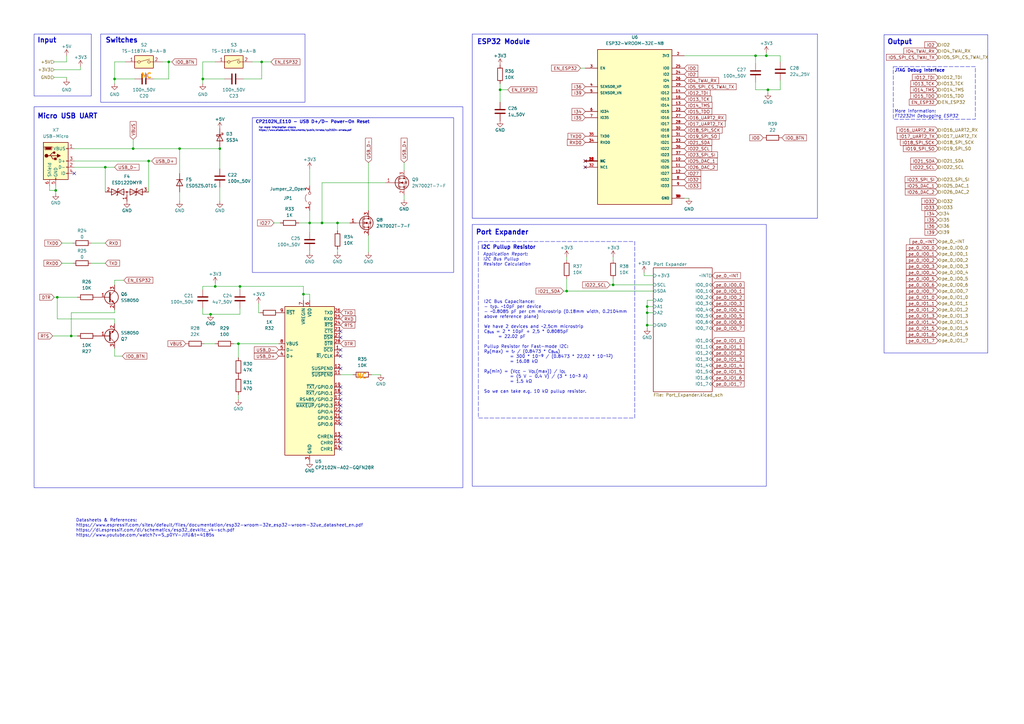
<source format=kicad_sch>
(kicad_sch (version 20231120) (generator "eeschema") (generator_version "8.0")
  (paper "A3")
  (junction (at 43.18 68.58))
  (junction (at 46.99 32.385))
  (junction (at 132.08 91.44))
  (junction (at 73.66 60.96))
  (junction (at 314.96 36.83))
  (junction (at 22.86 78.105))
  (junction (at 265.43 128.27))
  (junction (at 265.43 133.35))
  (junction (at 265.43 125.73))
  (junction (at 251.46 116.84))
  (junction (at 98.425 117.475))
  (junction (at 69.215 25.4))
  (junction (at 23.495 121.92))
  (junction (at 60.96 66.04))
  (junction (at 138.43 91.44))
  (junction (at 88.265 117.475))
  (junction (at 86.36 128.905))
  (junction (at 107.315 25.4))
  (junction (at 232.41 119.38))
  (junction (at 205.105 36.83))
  (junction (at 97.79 140.97))
  (junction (at 309.88 22.86))
  (junction (at 127 91.44))
  (junction (at 90.17 60.96))
  (junction (at 124.46 120.65))
  (junction (at 29.21 137.795))
  (junction (at 83.185 32.385))
  (junction (at 314.325 22.86))
  (junction (at 54.61 60.96))
  (no_connect (at 240.03 68.58))
  (no_connect (at 139.7 173.99))
  (no_connect (at 240.03 66.04))
  (no_connect (at 139.7 181.61))
  (no_connect (at 30.48 71.12))
  (no_connect (at 139.7 146.05))
  (no_connect (at 139.7 171.45))
  (no_connect (at 139.7 168.91))
  (no_connect (at 139.7 166.37))
  (no_connect (at 139.7 143.51))
  (no_connect (at 139.7 161.29))
  (no_connect (at 139.7 184.15))
  (no_connect (at 139.7 138.43))
  (no_connect (at 139.7 179.07))
  (no_connect (at 139.7 151.13))
  (no_connect (at 139.7 163.83))
  (no_connect (at 139.7 158.75))
  (no_connect (at 139.7 135.89))
  (wire (pts (xy 98.425 117.475) (xy 124.46 117.475)))
  (wire (pts (xy 265.43 125.73) (xy 265.43 128.27)))
  (wire (pts (xy 27.305 32.385) (xy 27.305 31.75)))
  (wire (pts (xy 124.46 120.65) (xy 127 120.65)))
  (wire (pts (xy 46.99 32.385) (xy 46.99 34.29)))
  (wire (pts (xy 90.17 60.96) (xy 90.17 60.325)))
  (wire (pts (xy 22.86 78.105) (xy 22.86 79.375)))
  (wire (pts (xy 60.96 66.04) (xy 62.23 66.04)))
  (wire (pts (xy 205.105 36.83) (xy 205.105 41.91)))
  (wire (pts (xy 88.265 117.475) (xy 98.425 117.475)))
  (wire (pts (xy 232.41 105.41) (xy 232.41 106.68)))
  (wire (pts (xy 139.7 153.67) (xy 144.78 153.67)))
  (wire (pts (xy 124.46 117.475) (xy 124.46 120.65)))
  (wire (pts (xy 127 102.87) (xy 127 103.505)))
  (wire (pts (xy 27.305 31.75) (xy 22.225 31.75)))
  (wire (pts (xy 124.46 120.65) (xy 124.46 123.19)))
  (wire (pts (xy 265.43 128.27) (xy 265.43 133.35)))
  (wire (pts (xy 88.265 25.4) (xy 83.185 25.4)))
  (wire (pts (xy 98.425 128.905) (xy 98.425 126.365)))
  (wire (pts (xy 83.185 126.365) (xy 83.185 128.905)))
  (wire (pts (xy 30.48 66.04) (xy 60.96 66.04)))
  (wire (pts (xy 21.59 137.795) (xy 29.21 137.795)))
  (wire (pts (xy 314.325 21.59) (xy 314.325 22.86)))
  (wire (pts (xy 280.67 22.86) (xy 309.88 22.86)))
  (wire (pts (xy 309.88 36.83) (xy 309.88 33.655)))
  (wire (pts (xy 98.425 117.475) (xy 98.425 118.745)))
  (wire (pts (xy 22.86 76.2) (xy 22.86 78.105)))
  (wire (pts (xy 314.325 22.86) (xy 309.88 22.86)))
  (wire (pts (xy 29.21 128.27) (xy 29.21 137.795)))
  (wire (pts (xy 29.21 137.795) (xy 31.75 137.795)))
  (wire (pts (xy 27.305 25.4) (xy 27.305 22.86)))
  (wire (pts (xy 314.96 38.1) (xy 314.96 36.83)))
  (wire (pts (xy 88.265 117.475) (xy 83.185 117.475)))
  (wire (pts (xy 143.51 91.44) (xy 138.43 91.44)))
  (wire (pts (xy 99.695 32.385) (xy 107.315 32.385)))
  (wire (pts (xy 73.66 60.96) (xy 90.17 60.96)))
  (wire (pts (xy 127 120.65) (xy 127 123.19)))
  (wire (pts (xy 103.505 25.4) (xy 107.315 25.4)))
  (wire (pts (xy 97.79 140.97) (xy 114.3 140.97)))
  (wire (pts (xy 60.96 66.04) (xy 60.96 78.74)))
  (wire (pts (xy 46.99 114.935) (xy 46.99 116.84)))
  (wire (pts (xy 90.17 76.835) (xy 90.17 82.55)))
  (wire (pts (xy 20.32 76.2) (xy 20.32 78.105)))
  (wire (pts (xy 165.735 69.85) (xy 165.735 66.675)))
  (wire (pts (xy 83.185 117.475) (xy 83.185 118.745)))
  (wire (pts (xy 66.675 25.4) (xy 69.215 25.4)))
  (wire (pts (xy 22.225 121.92) (xy 23.495 121.92)))
  (wire (pts (xy 127 91.44) (xy 127 95.25)))
  (wire (pts (xy 69.215 25.4) (xy 69.215 32.385)))
  (wire (pts (xy 69.215 25.4) (xy 70.485 25.4)))
  (wire (pts (xy 132.08 91.44) (xy 127 91.44)))
  (wire (pts (xy 280.67 81.28) (xy 282.575 81.28)))
  (wire (pts (xy 46.99 25.4) (xy 46.99 32.385)))
  (wire (pts (xy 62.865 32.385) (xy 69.215 32.385)))
  (wire (pts (xy 33.02 28.575) (xy 22.225 28.575)))
  (wire (pts (xy 232.41 119.38) (xy 267.97 119.38)))
  (wire (pts (xy 33.02 27.305) (xy 33.02 28.575)))
  (wire (pts (xy 73.66 78.74) (xy 73.66 82.55)))
  (wire (pts (xy 46.99 130.81) (xy 23.495 130.81)))
  (wire (pts (xy 54.61 60.96) (xy 73.66 60.96)))
  (wire (pts (xy 83.185 32.385) (xy 92.075 32.385)))
  (wire (pts (xy 264.16 111.76) (xy 264.16 113.03)))
  (wire (pts (xy 30.48 60.96) (xy 54.61 60.96)))
  (wire (pts (xy 30.48 68.58) (xy 43.18 68.58)))
  (wire (pts (xy 111.125 25.4) (xy 107.315 25.4)))
  (wire (pts (xy 251.46 105.41) (xy 251.46 106.68)))
  (wire (pts (xy 309.88 36.83) (xy 314.96 36.83)))
  (wire (pts (xy 37.465 107.95) (xy 43.18 107.95)))
  (wire (pts (xy 127 69.215) (xy 127 76.2)))
  (wire (pts (xy 320.04 22.86) (xy 320.04 25.4)))
  (wire (pts (xy 90.17 60.96) (xy 90.17 69.215)))
  (wire (pts (xy 46.99 127) (xy 46.99 128.27)))
  (wire (pts (xy 73.66 60.96) (xy 73.66 71.12)))
  (wire (pts (xy 46.99 146.05) (xy 50.165 146.05)))
  (wire (pts (xy 232.41 119.38) (xy 232.41 114.3)))
  (wire (pts (xy 25.4 99.695) (xy 29.845 99.695)))
  (wire (pts (xy 251.46 116.84) (xy 250.19 116.84)))
  (wire (pts (xy 265.43 133.35) (xy 267.97 133.35)))
  (wire (pts (xy 158.115 74.93) (xy 132.08 74.93)))
  (wire (pts (xy 231.14 119.38) (xy 232.41 119.38)))
  (wire (pts (xy 83.185 128.905) (xy 86.36 128.905)))
  (wire (pts (xy 152.4 153.67) (xy 156.21 153.67)))
  (wire (pts (xy 106.045 128.27) (xy 106.045 124.46)))
  (wire (pts (xy 132.08 91.44) (xy 138.43 91.44)))
  (wire (pts (xy 22.225 25.4) (xy 27.305 25.4)))
  (wire (pts (xy 95.885 140.97) (xy 97.79 140.97)))
  (wire (pts (xy 50.8 114.935) (xy 46.99 114.935)))
  (wire (pts (xy 46.99 142.875) (xy 46.99 146.05)))
  (wire (pts (xy 23.495 130.81) (xy 23.495 121.92)))
  (wire (pts (xy 107.315 25.4) (xy 107.315 32.385)))
  (wire (pts (xy 46.99 128.27) (xy 29.21 128.27)))
  (wire (pts (xy 205.105 34.29) (xy 205.105 36.83)))
  (wire (pts (xy 138.43 102.235) (xy 138.43 103.505)))
  (wire (pts (xy 208.28 36.83) (xy 205.105 36.83)))
  (wire (pts (xy 106.68 128.27) (xy 106.045 128.27)))
  (wire (pts (xy 25.4 107.95) (xy 29.845 107.95)))
  (wire (pts (xy 51.435 25.4) (xy 46.99 25.4)))
  (wire (pts (xy 320.04 33.02) (xy 320.04 36.83)))
  (wire (pts (xy 264.16 113.03) (xy 267.97 113.03)))
  (wire (pts (xy 151.13 96.52) (xy 151.13 103.505)))
  (wire (pts (xy 238.125 27.94) (xy 240.03 27.94)))
  (wire (pts (xy 267.97 128.27) (xy 265.43 128.27)))
  (wire (pts (xy 20.32 78.105) (xy 22.86 78.105)))
  (wire (pts (xy 46.99 132.715) (xy 46.99 130.81)))
  (wire (pts (xy 265.43 134.62) (xy 265.43 133.35)))
  (wire (pts (xy 23.495 121.92) (xy 31.75 121.92)))
  (wire (pts (xy 151.13 86.36) (xy 151.13 66.675)))
  (wire (pts (xy 320.04 22.86) (xy 314.325 22.86)))
  (wire (pts (xy 37.465 99.695) (xy 43.18 99.695)))
  (wire (pts (xy 55.245 32.385) (xy 46.99 32.385)))
  (wire (pts (xy 97.79 140.97) (xy 97.79 146.685)))
  (wire (pts (xy 83.185 25.4) (xy 83.185 32.385)))
  (wire (pts (xy 88.265 116.205) (xy 88.265 117.475)))
  (wire (pts (xy 309.88 22.86) (xy 309.88 26.035)))
  (wire (pts (xy 251.46 114.3) (xy 251.46 116.84)))
  (wire (pts (xy 122.555 91.44) (xy 127 91.44)))
  (wire (pts (xy 251.46 116.84) (xy 267.97 116.84)))
  (wire (pts (xy 83.185 32.385) (xy 83.185 34.29)))
  (wire (pts (xy 54.61 57.15) (xy 54.61 60.96)))
  (wire (pts (xy 132.08 74.93) (xy 132.08 91.44)))
  (wire (pts (xy 127 86.36) (xy 127 91.44)))
  (wire (pts (xy 138.43 91.44) (xy 138.43 94.615)))
  (wire (pts (xy 43.18 68.58) (xy 43.18 78.74)))
  (wire (pts (xy 97.79 163.83) (xy 97.79 161.925)))
  (wire (pts (xy 265.43 123.19) (xy 265.43 125.73)))
  (wire (pts (xy 43.18 68.58) (xy 46.99 68.58)))
  (wire (pts (xy 267.97 123.19) (xy 265.43 123.19)))
  (wire (pts (xy 83.82 140.97) (xy 88.265 140.97)))
  (wire (pts (xy 165.735 81.915) (xy 165.735 80.01)))
  (wire (pts (xy 112.395 91.44) (xy 114.935 91.44)))
  (wire (pts (xy 86.36 128.905) (xy 98.425 128.905)))
  (wire (pts (xy 267.97 125.73) (xy 265.43 125.73)))
  (wire (pts (xy 314.96 36.83) (xy 320.04 36.83)))
  (rectangle (start 193.675 92.075) (end 314.325 199.39))
  (rectangle (start 366.395 27.305) (end 400.05 48.895) (stroke (width 0) (type dash)))
  (rectangle (start 196.215 99.06) (end 260.35 171.45) (stroke (width 0) (type dash)))
  (rectangle (start 362.585 14.224) (end 405.13 144.78))
  (rectangle (start 13.97 13.97) (end 37.465 39.37))
  (rectangle (start 103.505 48.26) (end 186.055 111.76))
  (rectangle (start 13.97 43.815) (end 189.865 200.025))
  (rectangle (start 193.675 13.97) (end 335.28 89.535))
  (rectangle (start 41.275 13.97) (end 125.095 41.91))
  (text_box "I2C Bus Capacitance:\n- typ. ~10pF per device \n- ~0.8085 pF per cm microstrip (0.18mm width, 0.2104mm above reference plane)\n\nWe have 2 devices and ~2,5cm microstrip\nC_{Bus} = 2 * 10pF + 2,5 * 0.8085pF\n      = 22.02 pF\n\nPullup Resistor for Fast-mode I2C:\nR_{p}(max) = t_{r} / (0.8473 * C_{Bus})\n           = 300 * 10^{-9} / (0.8473 * 22,02 * 10^{-12})\n           = 16.08 kΩ\n\nR_{p}(min) = (V_{CC} - V_{OL}(max)) / I_{OL}\n           = (5 V - 0.4 V) / (3 * 10^{-3} A)\n           = 1.5 kΩ\n\nSo we can take e.g. 10 kΩ pullup resistor." (at 197.485 121.92 0) (size 60.96 46.355) (stroke (width -0.0001)) (effects (font (size 1.27 1.27)) (justify left top)))
  (text "Application Report:\nI2C Bus Pullup \nResistor Calculation" (at 198.12 106.426 0) (effects (font (size 1.27 1.27) (italic yes)) (justify left)))
  (text "More information:\n" (at 375.412 45.72 0) (effects (font (size 1.27 1.27))))
  (text "Port Expander" (at 195.072 96.52 0) (effects (font (size 2 2) (bold yes)) (justify left bottom)))
  (text "NC" (at 146.05 155.575 0) (effects (font (size 2 2) (thickness 0.4) (bold yes)) (justify left bottom)))
  (text "For more information check:\nhttps://www.silabs.com/documents/public/errata/cp2102n-errata.pdf" (at 106.045 53.975 0) (effects (font (size 0.7 0.7)) (justify left bottom)))
  (text "Datasheets & References:\nhttps://www.espressif.com/sites/default/files/documentation/esp32-wroom-32e_esp32-wroom-32ue_datasheet_en.pdf\nhttps://dl.espressif.com/dl/schematics/esp32_devkitc_v4-sch.pdf\nhttps://www.youtube.com/watch?v=S_p0YV-JlfU&t=4185s" (at 31.115 220.345 0) (effects (font (size 1.27 1.27)) (justify left bottom)))
  (text "I2C Pullup Resistor" (at 197.231 102.362 0) (effects (font (size 1.5 1.5) (bold yes)) (justify left bottom)))
  (text "Switches" (at 43.18 17.78 0) (effects (font (size 2 2) (thickness 0.4) (bold yes)) (justify left bottom)))
  (text "Micro USB UART" (at 15.24 48.895 0) (effects (font (size 2 2) (bold yes)) (justify left bottom)))
  (text "ESP32 Module" (at 195.58 18.415 0) (effects (font (size 2 2) (bold yes)) (justify left bottom)))
  (text "CP2102N_E110 - USB D+/D- Power-On Reset" (at 104.775 50.8 0) (effects (font (size 1.27 1.27) (thickness 0.254) (bold yes)) (justify left bottom)))
  (text "NC" (at 57.785 32.385 0) (effects (font (size 2 2) (thickness 0.4) (bold yes)) (justify left bottom)))
  (text "Output" (at 363.855 18.415 0) (effects (font (size 2 2) (thickness 0.4) (bold yes)) (justify left bottom)))
  (text "JTAG Debug Interface" (at 377.19 28.956 0) (effects (font (size 1.27 1.27) (thickness 0.254) (bold yes))))
  (text "FT2232H Debugging ESP32" (at 379.984 47.752 0) (effects (font (size 1.27 1.27) (italic yes))))
  (text "Input" (at 15.24 17.78 0) (effects (font (size 2 2) (thickness 0.4) (bold yes)) (justify left bottom)))
  (global_label "pe_0_IO0_6" (shape input) (at 384.81 116.84 180) (property "Intersheetrefs" "${INTERSHEET_REFS}" (effects (hide yes))))
  (global_label "IO22_SCL" (shape input) (at 280.67 60.96 0) (property "Intersheetrefs" "${INTERSHEET_REFS}" (effects (hide yes))))
  (global_label "IO5_SPI_CS_TWAI_TX" (shape input) (at 384.81 23.495 180) (property "Intersheetrefs" "${INTERSHEET_REFS}" (effects (hide yes))))
  (global_label "RTS" (shape input) (at 21.59 137.795 180) (property "Intersheetrefs" "${INTERSHEET_REFS}" (effects (hide yes))))
  (global_label "IO22_SCL" (shape input) (at 250.19 116.84 180) (property "Intersheetrefs" "${INTERSHEET_REFS}" (effects (hide yes))))
  (global_label "USB_D-" (shape input) (at 114.3 143.51 180) (property "Intersheetrefs" "${INTERSHEET_REFS}" (effects (hide yes))))
  (global_label "I35" (shape input) (at 240.03 48.26 180) (property "Intersheetrefs" "${INTERSHEET_REFS}" (effects (hide yes))))
  (global_label "IO0_BTN" (shape input) (at 70.485 25.4 0) (property "Intersheetrefs" "${INTERSHEET_REFS}" (effects (hide yes))))
  (global_label "USB_D+" (shape input) (at 62.23 66.04 0) (property "Intersheetrefs" "${INTERSHEET_REFS}" (effects (hide yes))))
  (global_label "pe_0_IO0_1" (shape input) (at 384.81 104.14 180) (property "Intersheetrefs" "${INTERSHEET_REFS}" (effects (hide yes))))
  (global_label "IO2" (shape input) (at 280.67 30.48 0) (property "Intersheetrefs" "${INTERSHEET_REFS}" (effects (hide yes))))
  (global_label "pe_0_IO0_2" (shape input) (at 384.81 106.68 180) (property "Intersheetrefs" "${INTERSHEET_REFS}" (effects (hide yes))))
  (global_label "IO13_TCK" (shape input) (at 280.67 40.64 0) (property "Intersheetrefs" "${INTERSHEET_REFS}" (effects (hide yes))))
  (global_label "IO16_UART2_RX" (shape input) (at 384.81 53.34 180) (property "Intersheetrefs" "${INTERSHEET_REFS}" (effects (hide yes))))
  (global_label "IO19_SPI_SO" (shape input) (at 384.81 60.96 180) (property "Intersheetrefs" "${INTERSHEET_REFS}" (effects (hide yes))))
  (global_label "I34" (shape input) (at 240.03 45.72 180) (property "Intersheetrefs" "${INTERSHEET_REFS}" (effects (hide yes))))
  (global_label "TXD0" (shape input) (at 25.4 99.695 180) (property "Intersheetrefs" "${INTERSHEET_REFS}" (effects (hide yes))))
  (global_label "IO0" (shape input) (at 313.055 56.515 180) (property "Intersheetrefs" "${INTERSHEET_REFS}" (effects (hide yes))))
  (global_label "pe_0_IO0_5" (shape input) (at 384.81 114.3 180) (property "Intersheetrefs" "${INTERSHEET_REFS}" (effects (hide yes))))
  (global_label "pe_0_IO1_4" (shape input) (at 384.81 132.08 180) (property "Intersheetrefs" "${INTERSHEET_REFS}" (effects (hide yes))))
  (global_label "pe_0_IO0_2" (shape input) (at 292.1 121.92 0) (property "Intersheetrefs" "${INTERSHEET_REFS}" (effects (hide yes))))
  (global_label "pe_0_IO1_6" (shape input) (at 292.1 154.94 0) (property "Intersheetrefs" "${INTERSHEET_REFS}" (effects (hide yes))))
  (global_label "IO5_SPI_CS_TWAI_TX" (shape input) (at 280.67 35.56 0) (property "Intersheetrefs" "${INTERSHEET_REFS}" (effects (hide yes))))
  (global_label "IO14_TMS" (shape input) (at 280.67 43.18 0) (property "Intersheetrefs" "${INTERSHEET_REFS}" (effects (hide yes))))
  (global_label "IO23_SPI_SI" (shape input) (at 280.67 63.5 0) (property "Intersheetrefs" "${INTERSHEET_REFS}" (effects (hide yes))))
  (global_label "IO19_SPI_SO" (shape input) (at 280.67 55.88 0) (property "Intersheetrefs" "${INTERSHEET_REFS}" (effects (hide yes))))
  (global_label "IO0_BTN" (shape input) (at 320.675 56.515 0) (property "Intersheetrefs" "${INTERSHEET_REFS}" (effects (hide yes))))
  (global_label "USB_D-" (shape input) (at 46.99 68.58 0) (property "Intersheetrefs" "${INTERSHEET_REFS}" (effects (hide yes))))
  (global_label "USB_D+" (shape input) (at 165.735 66.675 90) (property "Intersheetrefs" "${INTERSHEET_REFS}" (effects (hide yes))))
  (global_label "IO32" (shape input) (at 384.81 82.55 180) (property "Intersheetrefs" "${INTERSHEET_REFS}" (effects (hide yes))))
  (global_label "RTS" (shape input) (at 139.7 133.35 0) (property "Intersheetrefs" "${INTERSHEET_REFS}" (effects (hide yes))))
  (global_label "pe_0_IO0_3" (shape input) (at 384.81 109.22 180) (property "Intersheetrefs" "${INTERSHEET_REFS}" (effects (hide yes))))
  (global_label "IO16_UART2_RX" (shape input) (at 280.67 48.26 0) (property "Intersheetrefs" "${INTERSHEET_REFS}" (effects (hide yes))))
  (global_label "TXD" (shape input) (at 43.18 107.95 0) (property "Intersheetrefs" "${INTERSHEET_REFS}" (effects (hide yes))))
  (global_label "IO26_DAC_2" (shape input) (at 384.81 78.74 180) (property "Intersheetrefs" "${INTERSHEET_REFS}" (effects (hide yes))))
  (global_label "IO13_TCK" (shape input) (at 384.81 34.29 180) (property "Intersheetrefs" "${INTERSHEET_REFS}" (effects (hide yes))))
  (global_label "IO33" (shape input) (at 280.67 76.2 0) (property "Intersheetrefs" "${INTERSHEET_REFS}" (effects (hide yes))))
  (global_label "IO15_TDO" (shape input) (at 280.67 45.72 0) (property "Intersheetrefs" "${INTERSHEET_REFS}" (effects (hide yes))))
  (global_label "IO21_SDA" (shape input) (at 231.14 119.38 180) (property "Intersheetrefs" "${INTERSHEET_REFS}" (effects (hide yes))))
  (global_label "EN_ESP32" (shape input) (at 238.125 27.94 180) (property "Intersheetrefs" "${INTERSHEET_REFS}" (effects (hide yes))))
  (global_label "pe_0_IO1_7" (shape input) (at 292.1 157.48 0) (property "Intersheetrefs" "${INTERSHEET_REFS}" (effects (hide yes))))
  (global_label "pe_0_IO0_1" (shape input) (at 292.1 119.38 0) (property "Intersheetrefs" "${INTERSHEET_REFS}" (effects (hide yes))))
  (global_label "pe_0_IO1_3" (shape input) (at 292.1 147.32 0) (property "Intersheetrefs" "${INTERSHEET_REFS}" (effects (hide yes))))
  (global_label "EN_ESP32" (shape input) (at 111.125 25.4 0) (property "Intersheetrefs" "${INTERSHEET_REFS}" (effects (hide yes))))
  (global_label "IO25_DAC_1" (shape input) (at 384.81 76.2 180) (property "Intersheetrefs" "${INTERSHEET_REFS}" (effects (hide yes))))
  (global_label "IO4_TWAI_RX" (shape input) (at 384.81 20.955 180) (property "Intersheetrefs" "${INTERSHEET_REFS}" (effects (hide yes))))
  (global_label "TXD" (shape input) (at 139.7 128.27 0) (property "Intersheetrefs" "${INTERSHEET_REFS}" (effects (hide yes))))
  (global_label "IO17_UART2_TX" (shape input) (at 384.81 55.88 180) (property "Intersheetrefs" "${INTERSHEET_REFS}" (effects (hide yes))))
  (global_label "IO17_UART2_TX" (shape input) (at 280.67 50.8 0) (property "Intersheetrefs" "${INTERSHEET_REFS}" (effects (hide yes))))
  (global_label "pe_0_IO0_6" (shape input) (at 292.1 132.08 0) (property "Intersheetrefs" "${INTERSHEET_REFS}" (effects (hide yes))))
  (global_label "RXD0" (shape input) (at 240.03 58.42 180) (property "Intersheetrefs" "${INTERSHEET_REFS}" (effects (hide yes))))
  (global_label "USB_D+" (shape input) (at 114.3 146.05 180) (property "Intersheetrefs" "${INTERSHEET_REFS}" (effects (hide yes))))
  (global_label "RXD" (shape input) (at 139.7 130.81 0) (property "Intersheetrefs" "${INTERSHEET_REFS}" (effects (hide yes))))
  (global_label "I35" (shape input) (at 384.81 90.17 180) (property "Intersheetrefs" "${INTERSHEET_REFS}" (effects (hide yes))))
  (global_label "EN_ESP32" (shape input) (at 50.8 114.935 0) (property "Intersheetrefs" "${INTERSHEET_REFS}" (effects (hide yes))))
  (global_label "IO0" (shape input) (at 280.67 27.94 0) (property "Intersheetrefs" "${INTERSHEET_REFS}" (effects (hide yes))))
  (global_label "IO2" (shape input) (at 384.81 18.415 180) (property "Intersheetrefs" "${INTERSHEET_REFS}" (effects (hide yes))))
  (global_label "pe_0_IO1_1" (shape input) (at 292.1 142.24 0) (property "Intersheetrefs" "${INTERSHEET_REFS}" (effects (hide yes))))
  (global_label "EN_ESP32" (shape input) (at 384.81 41.91 180) (property "Intersheetrefs" "${INTERSHEET_REFS}" (effects (hide yes))))
  (global_label "pe_0_IO0_0" (shape input) (at 292.1 116.84 0) (property "Intersheetrefs" "${INTERSHEET_REFS}" (effects (hide yes))))
  (global_label "IO0_BTN" (shape input) (at 50.165 146.05 0) (property "Intersheetrefs" "${INTERSHEET_REFS}" (effects (hide yes))))
  (global_label "pe_0_IO1_0" (shape input) (at 384.81 121.92 180) (property "Intersheetrefs" "${INTERSHEET_REFS}" (effects (hide yes))))
  (global_label "VBUS" (shape input) (at 54.61 57.15 90) (property "Intersheetrefs" "${INTERSHEET_REFS}" (effects (hide yes))))
  (global_label "I34" (shape input) (at 384.81 87.63 180) (property "Intersheetrefs" "${INTERSHEET_REFS}" (effects (hide yes))))
  (global_label "pe_0_IO1_3" (shape input) (at 384.81 129.54 180) (property "Intersheetrefs" "${INTERSHEET_REFS}" (effects (hide yes))))
  (global_label "pe_0_IO1_2" (shape input) (at 384.81 127 180) (property "Intersheetrefs" "${INTERSHEET_REFS}" (effects (hide yes))))
  (global_label "IO18_SPI_SCK" (shape input) (at 280.67 53.34 0) (property "Intersheetrefs" "${INTERSHEET_REFS}" (effects (hide yes))))
  (global_label "IO27" (shape input) (at 112.395 91.44 180) (property "Intersheetrefs" "${INTERSHEET_REFS}" (effects (hide yes))))
  (global_label "pe_0_IO1_5" (shape input) (at 292.1 152.4 0) (property "Intersheetrefs" "${INTERSHEET_REFS}" (effects (hide yes))))
  (global_label "pe_0_IO0_7" (shape input) (at 292.1 134.62 0) (property "Intersheetrefs" "${INTERSHEET_REFS}" (effects (hide yes))))
  (global_label "I36" (shape input) (at 384.81 92.71 180) (property "Intersheetrefs" "${INTERSHEET_REFS}" (effects (hide yes))))
  (global_label "IO12_TDI" (shape input) (at 280.67 38.1 0) (property "Intersheetrefs" "${INTERSHEET_REFS}" (effects (hide yes))))
  (global_label "pe_0_IO1_1" (shape input) (at 384.81 124.46 180) (property "Intersheetrefs" "${INTERSHEET_REFS}" (effects (hide yes))))
  (global_label "IO4_TWAI_RX" (shape input) (at 280.67 33.02 0) (property "Intersheetrefs" "${INTERSHEET_REFS}" (effects (hide yes))))
  (global_label "VBUS" (shape input) (at 76.2 140.97 180) (property "Intersheetrefs" "${INTERSHEET_REFS}" (effects (hide yes))))
  (global_label "I39" (shape input) (at 384.81 95.25 180) (property "Intersheetrefs" "${INTERSHEET_REFS}" (effects (hide yes))))
  (global_label "IO21_SDA" (shape input) (at 280.67 58.42 0) (property "Intersheetrefs" "${INTERSHEET_REFS}" (effects (hide yes))))
  (global_label "pe_0_IO1_2" (shape input) (at 292.1 144.78 0) (property "Intersheetrefs" "${INTERSHEET_REFS}" (effects (hide yes))))
  (global_label "pe_0_~INT" (shape input) (at 292.1 113.03 0) (property "Intersheetrefs" "${INTERSHEET_REFS}" (effects (hide yes))))
  (global_label "pe_0_IO0_4" (shape input) (at 384.81 111.76 180) (property "Intersheetrefs" "${INTERSHEET_REFS}" (effects (hide yes))))
  (global_label "pe_0_IO0_7" (shape input) (at 384.81 119.38 180) (property "Intersheetrefs" "${INTERSHEET_REFS}" (effects (hide yes))))
  (global_label "IO12_TDI" (shape input) (at 384.81 31.75 180) (property "Intersheetrefs" "${INTERSHEET_REFS}" (effects (hide yes))))
  (global_label "pe_0_IO1_5" (shape input) (at 384.81 134.62 180) (property "Intersheetrefs" "${INTERSHEET_REFS}" (effects (hide yes))))
  (global_label "pe_0_IO0_5" (shape input) (at 292.1 129.54 0) (property "Intersheetrefs" "${INTERSHEET_REFS}" (effects (hide yes))))
  (global_label "pe_0_IO1_4" (shape input) (at 292.1 149.86 0) (property "Intersheetrefs" "${INTERSHEET_REFS}" (effects (hide yes))))
  (global_label "pe_0_IO1_0" (shape input) (at 292.1 139.7 0) (property "Intersheetrefs" "${INTERSHEET_REFS}" (effects (hide yes))))
  (global_label "IO23_SPI_SI" (shape input) (at 384.81 73.66 180) (property "Intersheetrefs" "${INTERSHEET_REFS}" (effects (hide yes))))
  (global_label "IO15_TDO" (shape input) (at 384.81 39.37 180) (property "Intersheetrefs" "${INTERSHEET_REFS}" (effects (hide yes))))
  (global_label "IO22_SCL" (shape input) (at 384.81 68.58 180) (property "Intersheetrefs" "${INTERSHEET_REFS}" (effects (hide yes))))
  (global_label "IO26_DAC_2" (shape input) (at 280.67 68.58 0) (property "Intersheetrefs" "${INTERSHEET_REFS}" (effects (hide yes))))
  (global_label "IO33" (shape input) (at 384.81 85.09 180) (property "Intersheetrefs" "${INTERSHEET_REFS}" (effects (hide yes))))
  (global_label "RXD" (shape input) (at 43.18 99.695 0) (property "Intersheetrefs" "${INTERSHEET_REFS}" (effects (hide yes))))
  (global_label "DTR" (shape input) (at 139.7 140.97 0) (property "Intersheetrefs" "${INTERSHEET_REFS}" (effects (hide yes))))
  (global_label "IO27" (shape input) (at 280.67 71.12 0) (property "Intersheetrefs" "${INTERSHEET_REFS}" (effects (hide yes))))
  (global_label "pe_0_~INT" (shape input) (at 384.81 99.06 180) (property "Intersheetrefs" "${INTERSHEET_REFS}" (effects (hide yes))))
  (global_label "RXD0" (shape input) (at 25.4 107.95 180) (property "Intersheetrefs" "${INTERSHEET_REFS}" (effects (hide yes))))
  (global_label "pe_0_IO1_7" (shape input) (at 384.81 139.7 180) (property "Intersheetrefs" "${INTERSHEET_REFS}" (effects (hide yes))))
  (global_label "I36" (shape input) (at 240.03 35.56 180) (property "Intersheetrefs" "${INTERSHEET_REFS}" (effects (hide yes))))
  (global_label "I39" (shape input) (at 240.03 38.1 180) (property "Intersheetrefs" "${INTERSHEET_REFS}" (effects (hide yes))))
  (global_label "USB_D-" (shape input) (at 151.13 66.675 90) (property "Intersheetrefs" "${INTERSHEET_REFS}" (effects (hide yes))))
  (global_label "pe_0_IO1_6" (shape input) (at 384.81 137.16 180) (property "Intersheetrefs" "${INTERSHEET_REFS}" (effects (hide yes))))
  (global_label "DTR" (shape input) (at 22.225 121.92 180) (property "Intersheetrefs" "${INTERSHEET_REFS}" (effects (hide yes))))
  (global_label "IO25_DAC_1" (shape input) (at 280.67 66.04 0) (property "Intersheetrefs" "${INTERSHEET_REFS}" (effects (hide yes))))
  (global_label "EN_ESP32" (shape input) (at 208.28 36.83 0) (property "Intersheetrefs" "${INTERSHEET_REFS}" (effects (hide yes))))
  (global_label "IO21_SDA" (shape input) (at 384.81 66.04 180) (property "Intersheetrefs" "${INTERSHEET_REFS}" (effects (hide yes))))
  (global_label "pe_0_IO0_0" (shape input) (at 384.81 101.6 180) (property "Intersheetrefs" "${INTERSHEET_REFS}" (effects (hide yes))))
  (global_label "IO14_TMS" (shape input) (at 384.81 36.83 180) (property "Intersheetrefs" "${INTERSHEET_REFS}" (effects (hide yes))))
  (global_label "pe_0_IO0_4" (shape input) (at 292.1 127 0) (property "Intersheetrefs" "${INTERSHEET_REFS}" (effects (hide yes))))
  (global_label "pe_0_IO0_3" (shape input) (at 292.1 124.46 0) (property "Intersheetrefs" "${INTERSHEET_REFS}" (effects (hide yes))))
  (global_label "IO32" (shape input) (at 280.67 73.66 0) (property "Intersheetrefs" "${INTERSHEET_REFS}" (effects (hide yes))))
  (global_label "IO18_SPI_SCK" (shape input) (at 384.81 58.42 180) (property "Intersheetrefs" "${INTERSHEET_REFS}" (effects (hide yes))))
  (global_label "TXD0" (shape input) (at 240.03 55.88 180) (property "Intersheetrefs" "${INTERSHEET_REFS}" (effects (hide yes))))
  (hierarchical_label "IO33" (shape output) (at 384.81 85.09 0))
  (hierarchical_label "IO21_SDA" (shape output) (at 384.81 66.04 0))
  (hierarchical_label "pe_0_IO1_5" (shape bidirectional) (at 384.81 134.62 0))
  (hierarchical_label "I39" (shape input) (at 384.81 95.25 0))
  (hierarchical_label "IO32" (shape output) (at 384.81 82.55 0))
  (hierarchical_label "IO2" (shape output) (at 384.81 18.415 0))
  (hierarchical_label "+5V" (shape input) (at 22.225 25.4 180))
  (hierarchical_label "pe_0_~INT" (shape bidirectional) (at 384.81 99.06 0))
  (hierarchical_label "IO26_DAC_2" (shape output) (at 384.81 78.74 0))
  (hierarchical_label "pe_0_IO1_0" (shape bidirectional) (at 384.81 121.92 0))
  (hierarchical_label "pe_0_IO1_6" (shape bidirectional) (at 384.81 137.16 0))
  (hierarchical_label "I36" (shape input) (at 384.81 92.71 0))
  (hierarchical_label "+3V3" (shape input) (at 22.225 28.575 180))
  (hierarchical_label "IO12_TDI" (shape output) (at 384.81 31.75 0))
  (hierarchical_label "pe_0_IO0_1" (shape bidirectional) (at 384.81 104.14 0))
  (hierarchical_label "pe_0_IO0_4" (shape bidirectional) (at 384.81 111.76 0))
  (hierarchical_label "I34" (shape input) (at 384.81 87.63 0))
  (hierarchical_label "IO17_UART2_TX" (shape output) (at 384.81 55.88 0))
  (hierarchical_label "pe_0_IO0_5" (shape bidirectional) (at 384.81 114.3 0))
  (hierarchical_label "pe_0_IO0_6" (shape bidirectional) (at 384.81 116.84 0))
  (hierarchical_label "pe_0_IO1_2" (shape bidirectional) (at 384.81 127 0))
  (hierarchical_label "IO4_TWAI_RX" (shape output) (at 384.81 20.955 0))
  (hierarchical_label "IO19_SPI_SO" (shape output) (at 384.81 60.96 0))
  (hierarchical_label "IO13_TCK" (shape output) (at 384.81 34.29 0))
  (hierarchical_label "I35" (shape input) (at 384.81 90.17 0))
  (hierarchical_label "IO16_UART2_RX" (shape output) (at 384.81 53.34 0))
  (hierarchical_label "pe_0_IO1_3" (shape bidirectional) (at 384.81 129.54 0))
  (hierarchical_label "pe_0_IO1_7" (shape bidirectional) (at 384.81 139.7 0))
  (hierarchical_label "IO15_TDO" (shape output) (at 384.81 39.37 0))
  (hierarchical_label "GND" (shape input) (at 22.225 31.75 180))
  (hierarchical_label "pe_0_IO0_3" (shape bidirectional) (at 384.81 109.22 0))
  (hierarchical_label "IO25_DAC_1" (shape output) (at 384.81 76.2 0))
  (hierarchical_label "EN_ESP32" (shape output) (at 384.81 41.91 0))
  (hierarchical_label "pe_0_IO0_0" (shape bidirectional) (at 384.81 101.6 0))
  (hierarchical_label "pe_0_IO0_2" (shape bidirectional) (at 384.81 106.68 0))
  (hierarchical_label "pe_0_IO1_4" (shape bidirectional) (at 384.81 132.08 0))
  (hierarchical_label "pe_0_IO1_1" (shape bidirectional) (at 384.81 124.46 0))
  (hierarchical_label "IO22_SCL" (shape output) (at 384.81 68.58 0))
  (hierarchical_label "IO23_SPI_SI" (shape output) (at 384.81 73.66 0))
  (hierarchical_label "pe_0_IO0_7" (shape bidirectional) (at 384.81 119.38 0))
  (hierarchical_label "IO18_SPI_SCK" (shape output) (at 384.81 58.42 0))
  (hierarchical_label "IO14_TMS" (shape output) (at 384.81 36.83 0))
  (hierarchical_label "IO5_SPI_CS_TWAI_TX" (shape output) (at 384.81 23.495 0))
  (symbol (lib_id "_R_0402:10K") (at 205.105 30.48 0) (unit 1)
    (property "Reference" "R36" (at 207.01 29.21 0) (effects (justify left)))
    (property "Value" "10K" (at 207.01 31.75 0) (effects (justify left)))
    (property "Footprint" "Resistor_SMD:R_0402_1005Metric" (effects (hide yes)))
    (property "Description" "Resistor 10K 1% 62.5mW 50V 0402" (effects (hide yes)))
    (property "MF" "UNI-ROYAL" (effects (hide yes)))
    (property "MPN" "0402WGF1002TCE" (effects (hide yes)))
    (property "OC_LCSC" "C25744" (effects (hide yes)))
    (property "path_to_docs" "Passive_Components/Resistors/UNI-ROYAL" (effects (hide yes)))
  )
  (symbol (lib_id "power:+5V") (at 90.17 52.705 0) (unit 1)
    (property "Reference" "#PWR087" (effects (hide yes)))
    (property "Value" "+5V" (at 90.17 48.895 0))
    (property "Description" "Power symbol creates a global label with name \"+5V\"" (effects (hide yes)))
  )
  (symbol (lib_id "_R_0402:22K") (at 80.01 140.97 90) (unit 1)
    (property "Reference" "R28" (at 80.01 134.62 90))
    (property "Value" "22K" (at 80.01 137.16 90))
    (property "Footprint" "Resistor_SMD:R_0402_1005Metric" (effects (hide yes)))
    (property "Description" "Resistor 22K 1% 62.5mW 50V 0402" (effects (hide yes)))
    (property "MF" "UNI-ROYAL" (effects (hide yes)))
    (property "MPN" "0402WGF2202TCE" (effects (hide yes)))
    (property "OC_LCSC" "C25768" (effects (hide yes)))
    (property "path_to_docs" "Passive_Components/Resistors/UNI-ROYAL" (effects (hide yes)))
  )
  (symbol (lib_id "_C_0402:100n_50V") (at 59.055 32.385 90) (unit 1) (in_bom no)
    (property "Reference" "C20" (at 59.055 39.37 90))
    (property "Value" "100n_50V" (at 59.055 36.83 90))
    (property "Footprint" "Capacitor_SMD:C_0402_1005Metric" (effects (hide yes)))
    (property "Datasheet" "https://product.samsungsem.com/mlcc/CL05B104KB54PN.do" (effects (hide yes)))
    (property "Description" "Capacitor 100nF 50V X7R 10% 0402" (effects (hide yes)))
    (property "MF" "Samsung Electro-Mechanics" (effects (hide yes)))
    (property "MPN" "CL05B104KB54PNC" (effects (hide yes)))
    (property "OC_LCSC" "C307331" (effects (hide yes)))
    (property "path_to_docs" "Passive_Components/Capacitors/MLCC/Samsung_Electro-Mechanics" (effects (hide yes)))
  )
  (symbol (lib_id "power:GND") (at 151.13 103.505 0) (unit 1)
    (property "Reference" "#PWR095" (effects (hide yes)))
    (property "Value" "GND" (at 151.13 107.315 0))
    (property "Description" "Power symbol creates a global label with name \"GND\" , ground" (effects (hide yes)))
  )
  (symbol (lib_id "power:GND") (at 282.575 81.28 0) (unit 1)
    (property "Reference" "#PWR0104" (effects (hide yes)))
    (property "Value" "GND" (at 282.575 85.725 0))
    (property "Description" "Power symbol creates a global label with name \"GND\" , ground" (effects (hide yes)))
  )
  (symbol (lib_id "power:+3V3") (at 205.105 26.67 0) (unit 1)
    (property "Reference" "#PWR098" (effects (hide yes)))
    (property "Value" "+3V3" (at 205.105 22.86 0))
    (property "Description" "Power symbol creates a global label with name \"+3V3\"" (effects (hide yes)))
  )
  (symbol (lib_id "_C_1206:4u7_50V") (at 98.425 122.555 0) (mirror y) (unit 1)
    (property "Reference" "C24" (at 95.25 121.285 0) (effects (justify left)))
    (property "Value" "4u7_50V" (at 95.25 123.825 0) (effects (justify left)))
    (property "Footprint" "Capacitor_SMD:C_1206_3216Metric" (effects (hide yes)))
    (property "Datasheet" "https://www.lcsc.com/datasheet/lcsc_datasheet_2304140030_FH--Guangdong-Fenghua-Advanced-Tech-1206B475K500NT_C29823.pdf" (effects (hide yes)))
    (property "Description" "Capacitor 4.7uF 50V X7R 10% 1206" (effects (hide yes)))
    (property "MF" "FH" (effects (hide yes)))
    (property "MPN" "1206B475K500NT" (effects (hide yes)))
    (property "OC_LCSC" "C29823" (effects (hide yes)))
    (property "path_to_docs" "Passive_Components/Capacitors/MLCC/FH" (effects (hide yes)))
  )
  (symbol (lib_id "_C_0402:100n_50V") (at 127 99.06 0) (mirror y) (unit 1)
    (property "Reference" "C25" (at 123.19 97.79 0) (effects (justify left)))
    (property "Value" "100n_50V" (at 123.19 100.33 0) (effects (justify left)))
    (property "Footprint" "Capacitor_SMD:C_0402_1005Metric" (effects (hide yes)))
    (property "Datasheet" "https://product.samsungsem.com/mlcc/CL05B104KB54PN.do" (effects (hide yes)))
    (property "Description" "Capacitor 100nF 50V X7R 10% 0402" (effects (hide yes)))
    (property "MF" "Samsung Electro-Mechanics" (effects (hide yes)))
    (property "MPN" "CL05B104KB54PNC" (effects (hide yes)))
    (property "OC_LCSC" "C307331" (effects (hide yes)))
    (property "path_to_docs" "Passive_Components/Capacitors/MLCC/Samsung_Electro-Mechanics" (effects (hide yes)))
  )
  (symbol (lib_id "_Switch:TS-1187A-B-A-B") (at 95.885 25.4 0) (unit 1)
    (property "Reference" "S3" (at 95.885 18.415 0))
    (property "Value" "TS-1187A-B-A-B" (at 95.885 20.955 0))
    (property "Footprint" "Robast:SW_TS-1187" (effects (hide yes)))
    (property "Datasheet" "https://datasheet.lcsc.com/lcsc/2304140030_XKB-Connectivity-TS-1187A-B-A-B_C318884.pdf" (effects (hide yes)))
    (property "Description" "Dip Tactile Switch Top 12V 50mA" (effects (hide yes)))
    (property "MF" "XKB Connectivity" (effects (hide yes)))
    (property "MPN" "TS-1187A-B-A-B" (effects (hide yes)))
    (property "OC_LCSC" "C318884" (effects (hide yes)))
  )
  (symbol (lib_id "_Diode_TVS:ESD122DMYR") (at 52.07 78.74 0) (unit 1)
    (property "Reference" "F4" (at 52.07 72.39 0))
    (property "Value" "ESD122DMYR" (at 52.07 74.93 0))
    (property "Footprint" "Robast:Texas_X2SON_DMY0003A" (effects (hide yes)))
    (property "Datasheet" "https://www.ti.com/lit/ds/symlink/esd122.pdf" (effects (hide yes)))
    (property "Description" "2-Channel ESD Protection Diode for USB Type-C and HDMI 2.0" (effects (hide yes)))
    (property "MF" "TI" (effects (hide yes)))
    (property "MPN" "ESD122DMYR" (effects (hide yes)))
    (property "OC_LCSC" "C1975871" (effects (hide yes)))
    (property "OC_MOUSER" " 595-ESD122DMYR" (effects (hide yes)))
    (property "path_to_docs" "Circuit_Protection/ESD_Protection_Diodes_TVS_Diodes/2-Channel/TI" (effects (hide yes)))
  )
  (symbol (lib_id "power:+3V3") (at 33.02 27.305 0) (unit 1)
    (property "Reference" "#PWR079" (effects (hide yes)))
    (property "Value" "+3V3" (at 33.02 23.495 0))
    (property "Description" "Power symbol creates a global label with name \"+3V3\"" (effects (hide yes)))
  )
  (symbol (lib_id "_R_0603:10K") (at 232.41 110.49 0) (unit 1)
    (property "Reference" "R37" (at 234.95 109.2199 0) (effects (justify left)))
    (property "Value" "10K" (at 234.95 111.7599 0) (effects (justify left)))
    (property "Footprint" "Resistor_SMD:R_0603_1608Metric" (effects (hide yes)))
    (property "Description" "Resistor 10K 1% 100mW 75V 0603" (effects (hide yes)))
    (property "MF" "UNI-ROYAL" (effects (hide yes)))
    (property "MPN" "0603WAF1002T5E" (effects (hide yes)))
    (property "OC_LCSC" "C25804" (effects (hide yes)))
    (property "path_to_docs" "Passive_Components/Resistors/UNI-ROYAL" (effects (hide yes)))
  )
  (symbol (lib_id "_Switch:TS-1187A-B-A-B") (at 59.055 25.4 0) (unit 1)
    (property "Reference" "S2" (at 59.055 18.415 0))
    (property "Value" "TS-1187A-B-A-B" (at 59.055 20.955 0))
    (property "Footprint" "Robast:SW_TS-1187" (effects (hide yes)))
    (property "Datasheet" "https://datasheet.lcsc.com/lcsc/2304140030_XKB-Connectivity-TS-1187A-B-A-B_C318884.pdf" (effects (hide yes)))
    (property "Description" "Dip Tactile Switch Top 12V 50mA" (effects (hide yes)))
    (property "MF" "XKB Connectivity" (effects (hide yes)))
    (property "MPN" "TS-1187A-B-A-B" (effects (hide yes)))
    (property "OC_LCSC" "C318884" (effects (hide yes)))
  )
  (symbol (lib_id "_Diode_Schottky:SS34") (at 90.17 56.515 270) (unit 1)
    (property "Reference" "D3" (at 92.71 54.9275 90) (effects (justify left)))
    (property "Value" "SS34" (at 92.71 57.4675 90) (effects (justify left)))
    (property "Footprint" "Diode_SMD:D_SMA" (effects (hide yes)))
    (property "Datasheet" "https://datasheet.lcsc.com/lcsc/2303141100_MDD-Microdiode-Electronics--SS34_C8678.pdf" (effects (hide yes)))
    (property "Description" "Schottky Diode 40V 3A 0.55V@3A" (effects (hide yes)))
    (property "MF" "MDD" (effects (hide yes)))
    (property "MPN" "SS34" (effects (hide yes)))
    (property "OC_LCSC" "C8678" (effects (hide yes)))
    (property "path_to_docs" "Semiconductors/Discrete_Semiconductors/Diodes_Rectifiers/Schottky_Diodes_Rectifiers/SS34" (effects (hide yes)))
  )
  (symbol (lib_id "power:GND") (at 265.43 134.62 0) (unit 1)
    (property "Reference" "#PWR0103" (effects (hide yes)))
    (property "Value" "GND" (at 265.43 138.43 0))
    (property "Description" "Power symbol creates a global label with name \"GND\" , ground" (effects (hide yes)))
  )
  (symbol (lib_id "_R_0402:100") (at 92.075 140.97 90) (unit 1)
    (property "Reference" "R29" (at 92.075 134.62 90))
    (property "Value" "100" (at 92.075 137.16 90))
    (property "Footprint" "Resistor_SMD:R_0402_1005Metric" (effects (hide yes)))
    (property "Description" "Resistor 100 1% 62.5mW 50V 0402" (effects (hide yes)))
    (property "MF" "UNI-ROYAL" (effects (hide yes)))
    (property "MPN" "0402WGF1000TCE" (effects (hide yes)))
    (property "OC_LCSC" "C25076" (effects (hide yes)))
    (property "path_to_docs" "Passive_Components/Resistors/UNI-ROYAL" (effects (hide yes)))
  )
  (symbol (lib_id "power:GND") (at 138.43 103.505 0) (unit 1)
    (property "Reference" "#PWR094" (effects (hide yes)))
    (property "Value" "GND" (at 138.43 107.315 0))
    (property "Description" "Power symbol creates a global label with name \"GND\" , ground" (effects (hide yes)))
  )
  (symbol (lib_id "power:+3V3") (at 251.46 105.41 0) (unit 1)
    (property "Reference" "#PWR0101" (effects (hide yes)))
    (property "Value" "+3V3" (at 251.46 101.6 0))
    (property "Description" "Power symbol creates a global label with name \"+3V3\"" (effects (hide yes)))
  )
  (symbol (lib_id "_Connector_USB:USB-Micro") (at 22.86 66.04 0) (unit 1)
    (property "Reference" "X7" (at 22.86 53.34 0))
    (property "Value" "USB-Micro" (at 22.86 55.88 0))
    (property "Footprint" "Robast:AMPHENOL_USB_Micro_10118194-0001LF" (effects (hide yes)))
    (property "Datasheet" "https://www.amphenol-cs.com/media/wysiwyg/files/drawing/10118194.pdf" (effects (hide yes)))
    (property "Description" "USB 2.0 Micro SMD" (effects (hide yes)))
    (property "MF" "Amphenol ICC" (effects (hide yes)))
    (property "MPN" "10118194-0001LF" (effects (hide yes)))
    (property "OC_LCSC" "C132563" (effects (hide yes)))
    (property "OC_MOUSER" "649-10118194-0001LF" (effects (hide yes)))
    (property "path_to_docs" "Connectors/USB/Micro/Amphenol" (effects (hide yes)))
  )
  (symbol (lib_id "_R_0603:0") (at 33.655 107.95 90) (unit 1)
    (property "Reference" "R25" (at 33.655 102.87 90))
    (property "Value" "0" (at 33.655 105.41 90))
    (property "Footprint" "Resistor_SMD:R_0603_1608Metric" (effects (hide yes)))
    (property "Datasheet" "https://datasheet.lcsc.com/lcsc/2206010100_UNI-ROYAL-Uniroyal-Elec-0603WAF0000T5E_C21189.pdf" (effects (hide yes)))
    (property "Description" "Resistor 0 1% 100mW 75V 0603" (effects (hide yes)))
    (property "MF" "UNI-ROYAL" (effects (hide yes)))
    (property "MPN" "0603WAF0000T5E" (effects (hide yes)))
    (property "OC_LCSC" "C21189" (effects (hide yes)))
    (property "path_to_docs" "Passive_Components/Resistors/UNI-ROYAL" (effects (hide yes)))
  )
  (symbol (lib_id "_R_0402:10K") (at 35.56 121.92 90) (unit 1)
    (property "Reference" "R26" (at 35.56 115.57 90))
    (property "Value" "10K" (at 35.56 118.11 90))
    (property "Footprint" "Resistor_SMD:R_0402_1005Metric" (effects (hide yes)))
    (property "Description" "Resistor 10K 1% 62.5mW 50V 0402" (effects (hide yes)))
    (property "MF" "UNI-ROYAL" (effects (hide yes)))
    (property "MPN" "0402WGF1002TCE" (effects (hide yes)))
    (property "OC_LCSC" "C25744" (effects (hide yes)))
    (property "path_to_docs" "Passive_Components/Resistors/UNI-ROYAL" (effects (hide yes)))
  )
  (symbol (lib_id "power:GND") (at 73.66 82.55 0) (unit 1)
    (property "Reference" "#PWR083" (effects (hide yes)))
    (property "Value" "GND" (at 73.66 86.36 0))
    (property "Description" "Power symbol creates a global label with name \"GND\" , ground" (effects (hide yes)))
  )
  (symbol (lib_id "power:GND") (at 27.305 32.385 0) (unit 1)
    (property "Reference" "#PWR078" (effects (hide yes)))
    (property "Value" "GND" (at 27.305 36.83 0))
    (property "Description" "Power symbol creates a global label with name \"GND\" , ground" (effects (hide yes)))
  )
  (symbol (lib_id "power:GND") (at 156.21 153.67 0) (unit 1)
    (property "Reference" "#PWR096" (effects (hide yes)))
    (property "Value" "GND" (at 156.21 157.48 0))
    (property "Description" "Power symbol creates a global label with name \"GND\" , ground" (effects (hide yes)))
  )
  (symbol (lib_id "power:GND") (at 165.735 81.915 0) (unit 1)
    (property "Reference" "#PWR097" (effects (hide yes)))
    (property "Value" "GND" (at 165.735 85.725 0))
    (property "Description" "Power symbol creates a global label with name \"GND\" , ground" (effects (hide yes)))
  )
  (symbol (lib_id "_Transistor_BJT:SS8050") (at 44.45 137.795 0) (mirror x) (unit 1)
    (property "Reference" "Q7" (at 49.53 139.065 0) (effects (justify left)))
    (property "Value" "SS8050" (at 49.53 136.525 0) (effects (justify left)))
    (property "Footprint" "Package_TO_SOT_SMD:SOT-23" (effects (hide yes)))
    (property "Datasheet" "https://datasheet.lcsc.com/lcsc/2304140030_Jiangsu-Changjing-Electronics-Technology-Co---Ltd--SS8050_C2150.pdf" (effects (hide yes)))
    (property "Description" "25V 300mW 200@100mA,1V 1.5A NPN SOT-23 Bipolar Transistors" (effects (hide yes)))
    (property "MF" "Jiangsu Changjing Electronics Technology" (effects (hide yes)))
    (property "MPN" "SS8050" (effects (hide yes)))
    (property "OC_LCSC" "C2150" (effects (hide yes)))
    (property "path_to_docs" "Semiconductors/Discrete_Semiconductors/Transistors/Bipolar_Transistors/SS8050" (effects (hide yes)))
  )
  (symbol (lib_id "power:GND") (at 314.96 38.1 0) (unit 1)
    (property "Reference" "#PWR0106" (effects (hide yes)))
    (property "Value" "GND" (at 314.96 41.91 0))
    (property "Description" "Power symbol creates a global label with name \"GND\" , ground" (effects (hide yes)))
  )
  (symbol (lib_id "power:+5V") (at 27.305 22.86 0) (unit 1)
    (property "Reference" "#PWR077" (effects (hide yes)))
    (property "Value" "+5V" (at 27.305 19.05 0))
    (property "Description" "Power symbol creates a global label with name \"+5V\"" (effects (hide yes)))
  )
  (symbol (lib_id "power:GND") (at 97.79 163.83 0) (unit 1)
    (property "Reference" "#PWR089" (effects (hide yes)))
    (property "Value" "GND" (at 97.79 167.64 0))
    (property "Description" "Power symbol creates a global label with name \"GND\" , ground" (effects (hide yes)))
  )
  (symbol (lib_id "power:+3V3") (at 314.325 21.59 0) (unit 1)
    (property "Reference" "#PWR0105" (effects (hide yes)))
    (property "Value" "+3V3" (at 314.325 17.78 0))
    (property "Description" "Power symbol creates a global label with name \"+3V3\"" (effects (hide yes)))
  )
  (symbol (lib_id "_R_0402:47K") (at 97.79 150.495 0) (unit 1)
    (property "Reference" "R30" (at 99.695 149.225 0) (effects (justify left)))
    (property "Value" "47K" (at 99.695 151.765 0) (effects (justify left)))
    (property "Footprint" "Resistor_SMD:R_0402_1005Metric" (effects (hide yes)))
    (property "Description" "Resistor 47K 1% 62.5mW 50V 0402" (effects (hide yes)))
    (property "MF" "UNI-ROYAL" (effects (hide yes)))
    (property "MPN" "0402WGF4702TCE" (effects (hide yes)))
    (property "OC_LCSC" "C25792" (effects (hide yes)))
    (property "path_to_docs" "Passive_Components/Resistors/UNI-ROYAL" (effects (hide yes)))
  )
  (symbol (lib_id "_Transistor_FET:2N7002T-7-F") (at 148.59 91.44 0) (unit 1)
    (property "Reference" "Q8" (at 154.305 90.17 0) (effects (justify left)))
    (property "Value" "2N7002T-7-F" (at 154.305 92.71 0) (effects (justify left)))
    (property "Footprint" "Package_TO_SOT_SMD:SOT-523" (effects (hide yes)))
    (property "Datasheet" "https://datasheet.lcsc.com/lcsc/2304140030_Diodes-Incorporated-2N7002T-7-F_C139445.pdf" (effects (hide yes)))
    (property "Description" "60V 115mA 7.5Ω@5V 50mA 150mW N Channel MOSFET SOT-523" (effects (hide yes)))
    (property "MF" "Diodes Incorporated" (effects (hide yes)))
    (property "MPN" "2N7002T-7-F" (effects (hide yes)))
    (property "OC_LCSC" "C139445" (effects (hide yes)))
    (property "OC_MOUSER" "621-2N7002T-F" (effects (hide yes)))
    (property "path_to_docs" "Semiconductors/Discrete_Semiconductors/Transistors/MOSFETs/2N7002T-7-F" (effects (hide yes)))
  )
  (symbol (lib_id "_C_0402:100n_50V") (at 95.885 32.385 90) (unit 1)
    (property "Reference" "C23" (at 95.885 39.37 90))
    (property "Value" "100n_50V" (at 95.885 36.83 90))
    (property "Footprint" "Capacitor_SMD:C_0402_1005Metric" (effects (hide yes)))
    (property "Datasheet" "https://product.samsungsem.com/mlcc/CL05B104KB54PN.do" (effects (hide yes)))
    (property "Description" "Capacitor 100nF 50V X7R 10% 0402" (effects (hide yes)))
    (property "MF" "Samsung Electro-Mechanics" (effects (hide yes)))
    (property "MPN" "CL05B104KB54PNC" (effects (hide yes)))
    (property "OC_LCSC" "C307331" (effects (hide yes)))
    (property "path_to_docs" "Passive_Components/Capacitors/MLCC/Samsung_Electro-Mechanics" (effects (hide yes)))
  )
  (symbol (lib_id "_C_0805:1u_50V") (at 205.105 45.72 0) (unit 1)
    (property "Reference" "C26" (at 208.28 44.45 0) (effects (justify left)))
    (property "Value" "1u_50V" (at 208.28 46.99 0) (effects (justify left)))
    (property "Footprint" "Capacitor_SMD:C_0805_2012Metric" (effects (hide yes)))
    (property "Datasheet" "https://product.samsungsem.com/mlcc/CL21B105KBFNNN.do" (effects (hide yes)))
    (property "Description" "Capacitor 1uF 50V X7R 10% 0805" (effects (hide yes)))
    (property "MF" "Samsung Electro-Mechanics" (effects (hide yes)))
    (property "MPN" "CL21B105KBFNNNE" (effects (hide yes)))
    (property "OC_LCSC" "C28323" (effects (hide yes)))
    (property "path_to_docs" "Passive_Components/Capacitors/MLCC/Samsung_Electro-Mechanics" (effects (hide yes)))
  )
  (symbol (lib_id "_R_0603:22") (at 316.865 56.515 90) (unit 1)
    (property "Reference" "R39" (at 316.865 50.8 90))
    (property "Value" "22" (at 316.865 53.34 90))
    (property "Footprint" "Resistor_SMD:R_0603_1608Metric" (effects (hide yes)))
    (property "Datasheet" "https://datasheet.lcsc.com/lcsc/2206010100_UNI-ROYAL-Uniroyal-Elec-0603WAF220JT5E_C23345.pdf" (effects (hide yes)))
    (property "Description" "Resistor 22 1% 100mW 75V 0603" (effects (hide yes)))
    (property "MF" "UNI-ROYAL" (effects (hide yes)))
    (property "MPN" "0603WAF220JT5E" (effects (hide yes)))
    (property "OC_LCSC" "C23345" (effects (hide yes)))
    (property "path_to_docs" "Passive_Components/Resistors/UNI-ROYAL" (effects (hide yes)))
  )
  (symbol (lib_id "power:GND") (at 127 103.505 0) (unit 1)
    (property "Reference" "#PWR092" (effects (hide yes)))
    (property "Value" "GND" (at 127 107.315 0))
    (property "Description" "Power symbol creates a global label with name \"GND\" , ground" (effects (hide yes)))
  )
  (symbol (lib_id "_MCU:ESP32-WROOM-32E-N8") (at 260.35 53.34 0) (unit 1)
    (property "Reference" "U6" (at 260.35 15.24 0))
    (property "Value" "ESP32-WROOM-32E-N8" (at 260.35 17.78 0))
    (property "Footprint" "Robast:ESP32-WROOM-32E" (effects (hide yes)))
    (property "Datasheet" "https://www.espressif.com/sites/default/files/documentation/esp32-wroom-32e_esp32-wroom-32ue_datasheet_en.pdf" (effects (hide yes)))
    (property "Description" "ESP32-WROOM-32E-N8, 8 MB Flash, PCB Antenna" (effects (hide yes)))
    (property "PARTREV" "1.4" (effects (hide yes)))
    (property "MANUFACTURER" "Espressif Systems" (effects (hide yes)))
    (property "MAXIMUM_PACKAGE_HEIGHT" "3.25mm" (effects (hide yes)))
    (property "STANDARD" "Manufacturer Recommendations" (effects (hide yes)))
    (property "MF" "Espressif Systems" (effects (hide yes)))
    (property "MPN" "ESP32-WROOM-32E-N8" (effects (hide yes)))
    (property "OC_LCSC" "C701342" (effects (hide yes)))
    (property "OC_MOUSER" "356-ESP32WRM32E164PH" (effects (hide yes)))
    (property "path_to_docs" "Embedded_Solutions/Wireless_RF_Modules/ESP32-WROOM-32E-N8" (effects (hide yes)))
  )
  (symbol (lib_id "power:GND") (at 205.105 49.53 0) (unit 1)
    (property "Reference" "#PWR099" (effects (hide yes)))
    (property "Value" "GND" (at 205.105 53.34 0))
    (property "Description" "Power symbol creates a global label with name \"GND\" , ground" (effects (hide yes)))
  )
  (symbol (lib_id "_Transistor_BJT:SS8050") (at 44.45 121.92 0) (unit 1)
    (property "Reference" "Q6" (at 49.53 120.65 0) (effects (justify left)))
    (property "Value" "SS8050" (at 49.53 123.19 0) (effects (justify left)))
    (property "Footprint" "Package_TO_SOT_SMD:SOT-23" (effects (hide yes)))
    (property "Datasheet" "https://datasheet.lcsc.com/lcsc/2304140030_Jiangsu-Changjing-Electronics-Technology-Co---Ltd--SS8050_C2150.pdf" (effects (hide yes)))
    (property "Description" "25V 300mW 200@100mA,1V 1.5A NPN SOT-23 Bipolar Transistors" (effects (hide yes)))
    (property "MF" "Jiangsu Changjing Electronics Technology" (effects (hide yes)))
    (property "MPN" "SS8050" (effects (hide yes)))
    (property "OC_LCSC" "C2150" (effects (hide yes)))
    (property "path_to_docs" "Semiconductors/Discrete_Semiconductors/Transistors/Bipolar_Transistors/SS8050" (effects (hide yes)))
  )
  (symbol (lib_id "power:GND") (at 83.185 34.29 0) (unit 1)
    (property "Reference" "#PWR084" (effects (hide yes)))
    (property "Value" "GND" (at 83.185 38.735 0))
    (property "Description" "Power symbol creates a global label with name \"GND\" , ground" (effects (hide yes)))
  )
  (symbol (lib_id "power:+3V3") (at 106.045 124.46 0) (unit 1)
    (property "Reference" "#PWR090" (effects (hide yes)))
    (property "Value" "+3V3" (at 106.045 120.65 0))
    (property "Description" "Power symbol creates a global label with name \"+3V3\"" (effects (hide yes)))
  )
  (symbol (lib_id "power:GND") (at 90.17 82.55 0) (unit 1)
    (property "Reference" "#PWR088" (effects (hide yes)))
    (property "Value" "GND" (at 90.17 86.36 0))
    (property "Description" "Power symbol creates a global label with name \"GND\" , ground" (effects (hide yes)))
  )
  (symbol (lib_id "_R_0402:10K") (at 138.43 98.425 0) (unit 1)
    (property "Reference" "R34" (at 140.97 97.155 0) (effects (justify left)))
    (property "Value" "10K" (at 140.97 99.695 0) (effects (justify left)))
    (property "Footprint" "Resistor_SMD:R_0402_1005Metric" (effects (hide yes)))
    (property "Description" "Resistor 10K 1% 62.5mW 50V 0402" (effects (hide yes)))
    (property "MF" "UNI-ROYAL" (effects (hide yes)))
    (property "MPN" "0402WGF1002TCE" (effects (hide yes)))
    (property "OC_LCSC" "C25744" (effects (hide yes)))
    (property "path_to_docs" "Passive_Components/Resistors/UNI-ROYAL" (effects (hide yes)))
  )
  (symbol (lib_id "power:GND") (at 46.99 34.29 0) (unit 1)
    (property "Reference" "#PWR081" (effects (hide yes)))
    (property "Value" "GND" (at 46.99 38.735 0))
    (property "Description" "Power symbol creates a global label with name \"GND\" , ground" (effects (hide yes)))
  )
  (symbol (lib_id "power:GND") (at 52.07 82.55 0) (unit 1)
    (property "Reference" "#PWR080" (effects (hide yes)))
    (property "Value" "GND" (at 52.07 86.36 0))
    (property "Description" "Power symbol creates a global label with name \"GND\" , ground" (effects (hide yes)))
  )
  (symbol (lib_id "_C_1206:22u_25V") (at 320.04 29.21 0) (unit 1)
    (property "Reference" "C28" (at 323.85 27.9399 0) (effects (justify left)))
    (property "Value" "22u_25V" (at 323.85 30.4799 0) (effects (justify left)))
    (property "Footprint" "Capacitor_SMD:C_1206_3216Metric" (effects (hide yes)))
    (property "Datasheet" "https://product.samsungsem.com/mlcc/CL31A226KAHNNN.do" (effects (hide yes)))
    (property "Description" "Capacitor 22uF 25V X7R 10% 1206" (effects (hide yes)))
    (property "MF" "Samsung Electro-Mechanics" (effects (hide yes)))
    (property "MPN" "CL31A226KAHNNNE" (effects (hide yes)))
    (property "OC_LCSC" "C12891" (effects (hide yes)))
    (property "path_to_docs" "Passive_Components/Capacitors/MLCC/Samsung_Electro-Mechanics" (effects (hide yes)))
  )
  (symbol (lib_id "_Transistor_FET:2N7002T-7-F") (at 163.195 74.93 0) (unit 1)
    (property "Reference" "Q9" (at 168.91 73.66 0) (effects (justify left)))
    (property "Value" "2N7002T-7-F" (at 168.91 76.2 0) (effects (justify left)))
    (property "Footprint" "Package_TO_SOT_SMD:SOT-523" (effects (hide yes)))
    (property "Datasheet" "https://datasheet.lcsc.com/lcsc/2304140030_Diodes-Incorporated-2N7002T-7-F_C139445.pdf" (effects (hide yes)))
    (property "Description" "60V 115mA 7.5Ω@5V 50mA 150mW N Channel MOSFET SOT-523" (effects (hide yes)))
    (property "MF" "Diodes Incorporated" (effects (hide yes)))
    (property "MPN" "2N7002T-7-F" (effects (hide yes)))
    (property "OC_LCSC" "C139445" (effects (hide yes)))
    (property "OC_MOUSER" "621-2N7002T-F" (effects (hide yes)))
    (property "path_to_docs" "Semiconductors/Discrete_Semiconductors/Transistors/MOSFETs/2N7002T-7-F" (effects (hide yes)))
  )
  (symbol (lib_id "power:GND") (at 127 189.23 0) (unit 1)
    (property "Reference" "#PWR093" (effects (hide yes)))
    (property "Value" "GND" (at 127 193.04 0))
    (property "Description" "Power symbol creates a global label with name \"GND\" , ground" (effects (hide yes)))
  )
  (symbol (lib_id "_C_0402:100n_50V") (at 90.17 73.025 0) (unit 1)
    (property "Reference" "C22" (at 93.345 71.755 0) (effects (justify left)))
    (property "Value" "100n_50V" (at 93.345 74.295 0) (effects (justify left)))
    (property "Footprint" "Capacitor_SMD:C_0402_1005Metric" (effects (hide yes)))
    (property "Datasheet" "https://product.samsungsem.com/mlcc/CL05B104KB54PN.do" (effects (hide yes)))
    (property "Description" "Capacitor 100nF 50V X7R 10% 0402" (effects (hide yes)))
    (property "MF" "Samsung Electro-Mechanics" (effects (hide yes)))
    (property "MPN" "CL05B104KB54PNC" (effects (hide yes)))
    (property "OC_LCSC" "C307331" (effects (hide yes)))
    (property "path_to_docs" "Passive_Components/Capacitors/MLCC/Samsung_Electro-Mechanics" (effects (hide yes)))
  )
  (symbol (lib_id "_Diode_TVS:ESD5Z5.0T1G") (at 73.66 74.93 270) (unit 1)
    (property "Reference" "F5" (at 76.2 73.6599 90) (effects (justify left)))
    (property "Value" "ESD5Z5.0T1G" (at 76.2 76.1999 90) (effects (justify left)))
    (property "Footprint" "Diode_SMD:D_SOD-523" (effects (hide yes)))
    (property "Datasheet" "https://www.mouser.de/datasheet/2/308/1/ESD5Z2_5T1_D-2311718.pdf" (effects (hide yes)))
    (property "Description" "5V 174W TVS Diode Unidirectional" (effects (hide yes)))
    (property "Sim.Device" "D" (effects (hide yes)))
    (property "Sim.Pins" "1=K 2=A" (effects (hide yes)))
    (property "MF" "onsemi" (effects (hide yes)))
    (property "MPN" "ESD5Z5.0T1G" (effects (hide yes)))
    (property "OC_LCSC" "C82044" (effects (hide yes)))
    (property "OC_MOUSER" "863-ESD5Z5.0T5G" (effects (hide yes)))
    (property "path_to_docs" "Circuit_Protection/ESD_Protection_Diodes_TVS_Diodes/onsemi" (effects (hide yes)))
  )
  (symbol (lib_id "power:+3V3") (at 232.41 105.41 0) (unit 1)
    (property "Reference" "#PWR0100" (effects (hide yes)))
    (property "Value" "+3V3" (at 232.41 101.6 0))
    (property "Description" "Power symbol creates a global label with name \"+3V3\"" (effects (hide yes)))
  )
  (symbol (lib_id "power:+3V3") (at 88.265 116.205 0) (unit 1)
    (property "Reference" "#PWR086" (effects (hide yes)))
    (property "Value" "+3V3" (at 88.265 112.395 0))
    (property "Description" "Power symbol creates a global label with name \"+3V3\"" (effects (hide yes)))
  )
  (symbol (lib_id "_R_0402:470") (at 97.79 158.115 0) (unit 1)
    (property "Reference" "R31" (at 99.695 156.845 0) (effects (justify left)))
    (property "Value" "470" (at 99.695 159.385 0) (effects (justify left)))
    (property "Footprint" "Resistor_SMD:R_0402_1005Metric" (effects (hide yes)))
    (property "Description" "Resistor 470 1% 62.5mW 50V 0402" (effects (hide yes)))
    (property "MF" "UNI-ROYAL" (effects (hide yes)))
    (property "MPN" "0402WGF4700TCE" (effects (hide yes)))
    (property "OC_LCSC" "C25117" (effects (hide yes)))
    (property "path_to_docs" "Passive_Components/Resistors/UNI-ROYAL" (effects (hide yes)))
  )
  (symbol (lib_id "_Interface_USB:CP2102N-A02-GQFN28R") (at 127 156.21 0) (unit 1)
    (property "Reference" "U5" (at 129.1941 189.23 0) (effects (justify left)))
    (property "Value" "CP2102N-A02-GQFN28R" (at 129.1941 191.77 0) (effects (justify left)))
    (property "Footprint" "Package_DFN_QFN:QFN-28-1EP_5x5mm_P0.5mm_EP3.35x3.35mm" (effects (hide yes)))
    (property "Datasheet" "https://www.silabs.com/documents/public/data-sheets/cp2102n-datasheet.pdf" (effects (hide yes)))
    (property "Description" "USB UART Interface" (effects (hide yes)))
    (property "MF" "SILICON LABS" (effects (hide yes)))
    (property "MPN" "CP2102N-A02-GQFN28R" (effects (hide yes)))
    (property "OC_LCSC" "C964632" (effects (hide yes)))
    (property "OC_MOUSER" "634-CP2102NA02QFN28R" (effects (hide yes)))
    (property "path_to_docs" "Semiconductors/Interface_ICs/USB/Silicon_Labs" (effects (hide yes)))
  )
  (symbol (lib_id "Jumper:Jumper_2_Open") (at 127 81.28 90) (unit 1) (in_bom no)
    (property "Reference" "JP1" (at 118.11 81.28 90))
    (property "Value" "Jumper_2_Open" (at 118.11 77.47 90))
    (property "Footprint" "Connector_PinHeader_2.54mm:PinHeader_1x02_P2.54mm_Vertical" (effects (hide yes)))
    (property "Description" "Jumper, 2-pole, open" (effects (hide yes)))
  )
  (symbol (lib_id "_C_0402:100n_50V") (at 83.185 122.555 0) (mirror y) (unit 1)
    (property "Reference" "C21" (at 79.375 121.285 0) (effects (justify left)))
    (property "Value" "100n_50V" (at 79.375 123.825 0) (effects (justify left)))
    (property "Footprint" "Capacitor_SMD:C_0402_1005Metric" (effects (hide yes)))
    (property "Datasheet" "https://product.samsungsem.com/mlcc/CL05B104KB54PN.do" (effects (hide yes)))
    (property "Description" "Capacitor 100nF 50V X7R 10% 0402" (effects (hide yes)))
    (property "MF" "Samsung Electro-Mechanics" (effects (hide yes)))
    (property "MPN" "CL05B104KB54PNC" (effects (hide yes)))
    (property "OC_LCSC" "C307331" (effects (hide yes)))
    (property "path_to_docs" "Passive_Components/Capacitors/MLCC/Samsung_Electro-Mechanics" (effects (hide yes)))
  )
  (symbol (lib_id "_R_0402:1K") (at 118.745 91.44 90) (unit 1)
    (property "Reference" "R33" (at 118.745 85.725 90))
    (property "Value" "1K" (at 118.745 88.265 90))
    (property "Footprint" "Resistor_SMD:R_0402_1005Metric" (effects (hide yes)))
    (property "Description" "Resistor 1K 1% 62.5mW 50V 0402" (effects (hide yes)))
    (property "MF" "UNI-ROYAL" (effects (hide yes)))
    (property "MPN" "0402WGF1001TCE" (effects (hide yes)))
    (property "OC_LCSC" "C11702" (effects (hide yes)))
    (property "path_to_docs" "Passive_Components/Resistors/UNI-ROYAL" (effects (hide yes)))
  )
  (symbol (lib_id "_R_0402:10K") (at 35.56 137.795 270) (unit 1)
    (property "Reference" "R27" (at 35.56 144.145 90))
    (property "Value" "10K" (at 35.56 141.605 90))
    (property "Footprint" "Resistor_SMD:R_0402_1005Metric" (effects (hide yes)))
    (property "Description" "Resistor 10K 1% 62.5mW 50V 0402" (effects (hide yes)))
    (property "MF" "UNI-ROYAL" (effects (hide yes)))
    (property "MPN" "0402WGF1002TCE" (effects (hide yes)))
    (property "OC_LCSC" "C25744" (effects (hide yes)))
    (property "path_to_docs" "Passive_Components/Resistors/UNI-ROYAL" (effects (hide yes)))
  )
  (symbol (lib_id "_R_0402:1K") (at 110.49 128.27 270) (unit 1)
    (property "Reference" "R32" (at 110.49 134.62 90))
    (property "Value" "1K" (at 110.49 132.08 90))
    (property "Footprint" "Resistor_SMD:R_0402_1005Metric" (effects (hide yes)))
    (property "Description" "Resistor 1K 1% 62.5mW 50V 0402" (effects (hide yes)))
    (property "MF" "UNI-ROYAL" (effects (hide yes)))
    (property "MPN" "0402WGF1001TCE" (effects (hide yes)))
    (property "OC_LCSC" "C11702" (effects (hide yes)))
    (property "path_to_docs" "Passive_Components/Resistors/UNI-ROYAL" (effects (hide yes)))
  )
  (symbol (lib_id "_C_0402:100n_50V") (at 309.88 29.845 0) (mirror y) (unit 1)
    (property "Reference" "C27" (at 306.07 28.575 0) (effects (justify left)))
    (property "Value" "100n_50V" (at 306.07 31.115 0) (effects (justify left)))
    (property "Footprint" "Capacitor_SMD:C_0402_1005Metric" (effects (hide yes)))
    (property "Datasheet" "https://product.samsungsem.com/mlcc/CL05B104KB54PN.do" (effects (hide yes)))
    (property "Description" "Capacitor 100nF 50V X7R 10% 0402" (effects (hide yes)))
    (property "MF" "Samsung Electro-Mechanics" (effects (hide yes)))
    (property "MPN" "CL05B104KB54PNC" (effects (hide yes)))
    (property "OC_LCSC" "C307331" (effects (hide yes)))
    (property "path_to_docs" "Passive_Components/Capacitors/MLCC/Samsung_Electro-Mechanics" (effects (hide yes)))
  )
  (symbol (lib_id "_R_0603:10K") (at 251.46 110.49 0) (unit 1)
    (property "Reference" "R38" (at 254 109.2199 0) (effects (justify left)))
    (property "Value" "10K" (at 254 111.7599 0) (effects (justify left)))
    (property "Footprint" "Resistor_SMD:R_0603_1608Metric" (effects (hide yes)))
    (property "Description" "Resistor 10K 1% 100mW 75V 0603" (effects (hide yes)))
    (property "MF" "UNI-ROYAL" (effects (hide yes)))
    (property "MPN" "0603WAF1002T5E" (effects (hide yes)))
    (property "OC_LCSC" "C25804" (effects (hide yes)))
    (property "path_to_docs" "Passive_Components/Resistors/UNI-ROYAL" (effects (hide yes)))
  )
  (symbol (lib_id "power:+3V3") (at 127 69.215 0) (unit 1)
    (property "Reference" "#PWR091" (effects (hide yes)))
    (property "Value" "+3V3" (at 127 65.405 0))
    (property "Description" "Power symbol creates a global label with name \"+3V3\"" (effects (hide yes)))
  )
  (symbol (lib_id "power:GND") (at 86.36 128.905 0) (unit 1)
    (property "Reference" "#PWR085" (effects (hide yes)))
    (property "Value" "GND" (at 86.36 132.715 0))
    (property "Description" "Power symbol creates a global label with name \"GND\" , ground" (effects (hide yes)))
  )
  (symbol (lib_id "_R_0603:0") (at 33.655 99.695 90) (unit 1)
    (property "Reference" "R24" (at 33.655 94.615 90))
    (property "Value" "0" (at 33.655 97.155 90))
    (property "Footprint" "Resistor_SMD:R_0603_1608Metric" (effects (hide yes)))
    (property "Datasheet" "https://datasheet.lcsc.com/lcsc/2206010100_UNI-ROYAL-Uniroyal-Elec-0603WAF0000T5E_C21189.pdf" (effects (hide yes)))
    (property "Description" "Resistor 0 1% 100mW 75V 0603" (effects (hide yes)))
    (property "MF" "UNI-ROYAL" (effects (hide yes)))
    (property "MPN" "0603WAF0000T5E" (effects (hide yes)))
    (property "OC_LCSC" "C21189" (effects (hide yes)))
    (property "path_to_docs" "Passive_Components/Resistors/UNI-ROYAL" (effects (hide yes)))
  )
  (symbol (lib_id "power:+3V3") (at 264.16 111.76 0) (unit 1)
    (property "Reference" "#PWR0102" (effects (hide yes)))
    (property "Value" "+3V3" (at 264.16 107.95 0))
    (property "Description" "Power symbol creates a global label with name \"+3V3\"" (effects (hide yes)))
  )
  (symbol (lib_id "_R_0402:10K") (at 148.59 153.67 90) (unit 1)
    (property "Reference" "R35" (at 148.59 147.32 90))
    (property "Value" "10K" (at 148.59 149.86 90))
    (property "Footprint" "Resistor_SMD:R_0402_1005Metric" (effects (hide yes)))
    (property "Description" "Resistor 10K 1% 62.5mW 50V 0402" (effects (hide yes)))
    (property "MF" "UNI-ROYAL" (effects (hide yes)))
    (property "MPN" "0402WGF1002TCE" (effects (hide yes)))
    (property "OC_LCSC" "C25744" (effects (hide yes)))
    (property "path_to_docs" "Passive_Components/Resistors/UNI-ROYAL" (effects (hide yes)))
  )
  (symbol (lib_id "power:GND") (at 22.86 79.375 0) (unit 1)
    (property "Reference" "#PWR076" (effects (hide yes)))
    (property "Value" "GND" (at 22.86 83.185 0))
    (property "Description" "Power symbol creates a global label with name \"GND\" , ground" (effects (hide yes)))
  )
  (sheet (at 267.97 109.855) (size 24.13 50.8) (stroke (width 0.1524))
    (property "Sheetname" "Port Expander" (at 267.97 109.1434 0) (effects (justify left bottom)))
    (property "Sheetfile" "Port_Expander.kicad_sch" (at 267.97 161.2396 0) (effects (justify left top)))
    (pin "SDA" bidirectional (at 267.97 119.38 180))
    (pin "A0" input (at 267.97 123.19 180))
    (pin "SCL" input (at 267.97 116.84 180))
    (pin "A1" input (at 267.97 125.73 180))
    (pin "GND" input (at 267.97 133.35 180))
    (pin "A2" input (at 267.97 128.27 180))
    (pin "~INT" output (at 292.1 113.03 0))
    (pin "IO0_4" bidirectional (at 292.1 127 0))
    (pin "IO0_5" bidirectional (at 292.1 129.54 0))
    (pin "IO0_0" bidirectional (at 292.1 116.84 0))
    (pin "IO0_1" bidirectional (at 292.1 119.38 0))
    (pin "IO0_3" bidirectional (at 292.1 124.46 0))
    (pin "IO0_2" bidirectional (at 292.1 121.92 0))
    (pin "IO0_7" bidirectional (at 292.1 134.62 0))
    (pin "IO0_6" bidirectional (at 292.1 132.08 0))
    (pin "IO1_0" bidirectional (at 292.1 139.7 0))
    (pin "IO1_1" bidirectional (at 292.1 142.24 0))
    (pin "IO1_3" bidirectional (at 292.1 147.32 0))
    (pin "IO1_2" bidirectional (at 292.1 144.78 0))
    (pin "IO1_5" bidirectional (at 292.1 152.4 0))
    (pin "IO1_6" bidirectional (at 292.1 154.94 0))
    (pin "IO1_4" bidirectional (at 292.1 149.86 0))
    (pin "IO1_7" bidirectional (at 292.1 157.48 0))
    (pin "+3V3" input (at 267.97 113.03 180))
  )
)
</source>
